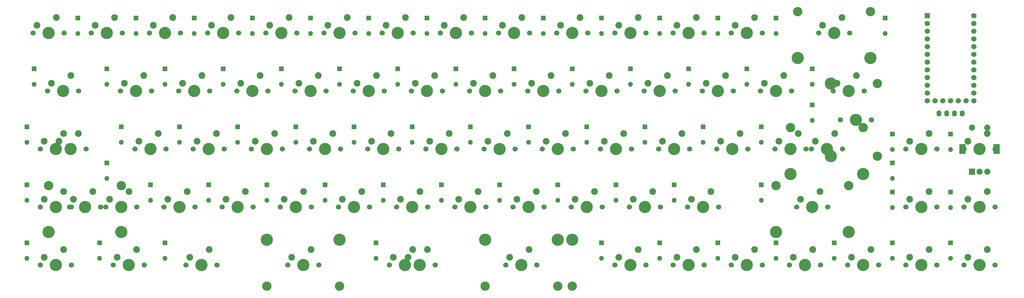
<source format=gbr>
%TF.GenerationSoftware,KiCad,Pcbnew,(5.1.12)-1*%
%TF.CreationDate,2021-12-04T03:07:23-05:00*%
%TF.ProjectId,GanJing 65 rev 2,47616e4a-696e-4672-9036-352072657620,2*%
%TF.SameCoordinates,Original*%
%TF.FileFunction,Soldermask,Top*%
%TF.FilePolarity,Negative*%
%FSLAX46Y46*%
G04 Gerber Fmt 4.6, Leading zero omitted, Abs format (unit mm)*
G04 Created by KiCad (PCBNEW (5.1.12)-1) date 2021-12-04 03:07:23*
%MOMM*%
%LPD*%
G01*
G04 APERTURE LIST*
%ADD10C,4.000000*%
%ADD11C,1.700000*%
%ADD12C,2.200000*%
%ADD13C,1.750000*%
%ADD14C,3.048000*%
%ADD15C,3.987800*%
%ADD16C,1.752600*%
%ADD17R,1.752600X1.752600*%
%ADD18C,2.000000*%
%ADD19R,2.000000X2.000000*%
%ADD20R,2.000000X3.200000*%
%ADD21C,3.050000*%
%ADD22O,1.600000X2.000000*%
%ADD23O,1.600000X1.600000*%
%ADD24R,1.600000X1.600000*%
G04 APERTURE END LIST*
D10*
%TO.C,MX76*%
X364331250Y-142875000D03*
D11*
X359251250Y-142875000D03*
D12*
X366871250Y-137795000D03*
X360521250Y-140335000D03*
D11*
X369411250Y-142875000D03*
%TD*%
D13*
%TO.C,MX58*%
X318770000Y-133350000D03*
D14*
X330835000Y-121412000D03*
D15*
X315595000Y-121412000D03*
X315595000Y-145288000D03*
D14*
X330835000Y-145288000D03*
D13*
X328930000Y-133350000D03*
D15*
X323850000Y-133350000D03*
%TD*%
D16*
%TO.C,U1*%
X362426250Y-101670000D03*
X362426250Y-116910000D03*
X362426250Y-124530000D03*
X347186250Y-121990000D03*
X354806250Y-127070000D03*
X362426250Y-114370000D03*
X347186250Y-114370000D03*
X347186250Y-111830000D03*
X347186250Y-119450000D03*
X359886250Y-127070000D03*
X347186250Y-127070000D03*
X362426250Y-104210000D03*
X362426250Y-106750000D03*
X347186250Y-124530000D03*
X362426250Y-109290000D03*
X362426250Y-111830000D03*
X347186250Y-109290000D03*
X362426250Y-119450000D03*
X349726250Y-127070000D03*
X347186250Y-101670000D03*
X352266250Y-127070000D03*
X347186250Y-116910000D03*
X362426250Y-127070000D03*
X347186250Y-106750000D03*
X362426250Y-99130000D03*
X362426250Y-121990000D03*
D17*
X347186250Y-99130000D03*
D16*
X357346250Y-127070000D03*
X347186250Y-104210000D03*
%TD*%
D18*
%TO.C,SW1*%
X366831250Y-135875000D03*
X366831250Y-150375000D03*
D19*
X361831250Y-150375000D03*
D18*
X364331250Y-150375000D03*
X361831250Y-135875000D03*
D20*
X369931250Y-142875000D03*
X358731250Y-142875000D03*
%TD*%
D10*
%TO.C,MX75*%
X226212500Y-172735000D03*
X214312500Y-180975000D03*
D11*
X219392500Y-180975000D03*
D10*
X202412500Y-172735000D03*
D12*
X210502500Y-178435000D03*
D21*
X226212500Y-187975000D03*
D11*
X209232500Y-180975000D03*
D12*
X216852500Y-175895000D03*
D21*
X202412500Y-187975000D03*
%TD*%
D12*
%TO.C,MX74*%
X172402500Y-178435000D03*
D11*
X181292500Y-180975000D03*
D10*
X176212500Y-180975000D03*
D11*
X171132500Y-180975000D03*
D12*
X178752500Y-175895000D03*
%TD*%
D10*
%TO.C,MX73*%
X154775000Y-172735000D03*
D12*
X145415000Y-175895000D03*
D10*
X142875000Y-180975000D03*
D21*
X154775000Y-187975000D03*
D11*
X137795000Y-180975000D03*
D12*
X139065000Y-178435000D03*
D11*
X147955000Y-180975000D03*
D10*
X130975000Y-172735000D03*
D21*
X130975000Y-187975000D03*
%TD*%
D12*
%TO.C,MX72*%
X58102500Y-159385000D03*
D11*
X66992500Y-161925000D03*
D10*
X61912500Y-161925000D03*
D11*
X56832500Y-161925000D03*
D12*
X64452500Y-156845000D03*
%TD*%
%TO.C,MX71*%
X64452500Y-137795000D03*
D11*
X66992500Y-142875000D03*
X56832500Y-142875000D03*
D12*
X58102500Y-140335000D03*
D10*
X61912500Y-142875000D03*
%TD*%
D11*
%TO.C,MX70*%
X369411250Y-180975000D03*
D12*
X360521250Y-178435000D03*
X366871250Y-175895000D03*
D11*
X359251250Y-180975000D03*
D10*
X364331250Y-180975000D03*
%TD*%
D11*
%TO.C,MX69*%
X350361250Y-180975000D03*
D12*
X341471250Y-178435000D03*
X347821250Y-175895000D03*
D11*
X340201250Y-180975000D03*
D10*
X345281250Y-180975000D03*
%TD*%
D11*
%TO.C,MX68*%
X331311250Y-180975000D03*
D12*
X322421250Y-178435000D03*
X328771250Y-175895000D03*
D11*
X321151250Y-180975000D03*
D10*
X326231250Y-180975000D03*
%TD*%
D11*
%TO.C,MX67*%
X312261250Y-180975000D03*
D12*
X303371250Y-178435000D03*
X309721250Y-175895000D03*
D11*
X302101250Y-180975000D03*
D10*
X307181250Y-180975000D03*
%TD*%
D11*
%TO.C,MX66*%
X293211250Y-180975000D03*
D12*
X284321250Y-178435000D03*
X290671250Y-175895000D03*
D11*
X283051250Y-180975000D03*
D10*
X288131250Y-180975000D03*
%TD*%
D11*
%TO.C,MX65*%
X274161250Y-180975000D03*
D12*
X265271250Y-178435000D03*
X271621250Y-175895000D03*
D11*
X264001250Y-180975000D03*
D10*
X269081250Y-180975000D03*
%TD*%
D11*
%TO.C,MX64*%
X255111250Y-180975000D03*
D12*
X246221250Y-178435000D03*
X252571250Y-175895000D03*
D11*
X244951250Y-180975000D03*
D10*
X250031250Y-180975000D03*
%TD*%
%TO.C,MX63*%
X180975000Y-180975000D03*
D11*
X175895000Y-180975000D03*
D12*
X177165000Y-178435000D03*
X183515000Y-175895000D03*
D11*
X186055000Y-180975000D03*
D15*
X230974900Y-172720000D03*
D14*
X230974900Y-187960000D03*
D15*
X130975100Y-172720000D03*
D14*
X130975100Y-187960000D03*
%TD*%
D12*
%TO.C,MX62*%
X105727500Y-178435000D03*
D11*
X114617500Y-180975000D03*
D10*
X109537500Y-180975000D03*
D11*
X104457500Y-180975000D03*
D12*
X112077500Y-175895000D03*
%TD*%
%TO.C,MX61*%
X81915000Y-178435000D03*
D11*
X90805000Y-180975000D03*
D10*
X85725000Y-180975000D03*
D11*
X80645000Y-180975000D03*
D12*
X88265000Y-175895000D03*
%TD*%
%TO.C,MX60*%
X58102500Y-178435000D03*
D11*
X66992500Y-180975000D03*
D10*
X61912500Y-180975000D03*
D11*
X56832500Y-180975000D03*
D12*
X64452500Y-175895000D03*
%TD*%
D11*
%TO.C,MX59*%
X369411250Y-161925000D03*
D12*
X360521250Y-159385000D03*
X366871250Y-156845000D03*
D11*
X359251250Y-161925000D03*
D10*
X364331250Y-161925000D03*
%TD*%
%TO.C,MX57*%
X297662500Y-170165000D03*
D21*
X321462500Y-154925000D03*
D12*
X312102500Y-156845000D03*
D11*
X304482500Y-161925000D03*
D21*
X297662500Y-154925000D03*
D10*
X321462500Y-170165000D03*
D11*
X314642500Y-161925000D03*
D10*
X309562500Y-161925000D03*
D12*
X305752500Y-159385000D03*
%TD*%
D11*
%TO.C,MX56*%
X278923750Y-161925000D03*
D12*
X270033750Y-159385000D03*
X276383750Y-156845000D03*
D11*
X268763750Y-161925000D03*
D10*
X273843750Y-161925000D03*
%TD*%
D11*
%TO.C,MX55*%
X259873750Y-161925000D03*
D12*
X250983750Y-159385000D03*
X257333750Y-156845000D03*
D11*
X249713750Y-161925000D03*
D10*
X254793750Y-161925000D03*
%TD*%
D11*
%TO.C,MX54*%
X240823750Y-161925000D03*
D12*
X231933750Y-159385000D03*
X238283750Y-156845000D03*
D11*
X230663750Y-161925000D03*
D10*
X235743750Y-161925000D03*
%TD*%
D11*
%TO.C,MX53*%
X221773750Y-161925000D03*
D12*
X212883750Y-159385000D03*
X219233750Y-156845000D03*
D11*
X211613750Y-161925000D03*
D10*
X216693750Y-161925000D03*
%TD*%
D11*
%TO.C,MX52*%
X202723750Y-161925000D03*
D12*
X193833750Y-159385000D03*
X200183750Y-156845000D03*
D11*
X192563750Y-161925000D03*
D10*
X197643750Y-161925000D03*
%TD*%
D11*
%TO.C,MX51*%
X183673750Y-161925000D03*
D12*
X174783750Y-159385000D03*
X181133750Y-156845000D03*
D11*
X173513750Y-161925000D03*
D10*
X178593750Y-161925000D03*
%TD*%
D11*
%TO.C,MX50*%
X164623750Y-161925000D03*
D12*
X155733750Y-159385000D03*
X162083750Y-156845000D03*
D11*
X154463750Y-161925000D03*
D10*
X159543750Y-161925000D03*
%TD*%
D11*
%TO.C,MX49*%
X145573750Y-161925000D03*
D12*
X136683750Y-159385000D03*
X143033750Y-156845000D03*
D11*
X135413750Y-161925000D03*
D10*
X140493750Y-161925000D03*
%TD*%
D11*
%TO.C,MX48*%
X126523750Y-161925000D03*
D12*
X117633750Y-159385000D03*
X123983750Y-156845000D03*
D11*
X116363750Y-161925000D03*
D10*
X121443750Y-161925000D03*
%TD*%
D11*
%TO.C,MX47*%
X107473750Y-161925000D03*
D12*
X98583750Y-159385000D03*
X104933750Y-156845000D03*
D11*
X97313750Y-161925000D03*
D10*
X102393750Y-161925000D03*
%TD*%
D11*
%TO.C,MX46*%
X88423750Y-161925000D03*
D12*
X79533750Y-159385000D03*
X85883750Y-156845000D03*
D11*
X78263750Y-161925000D03*
D10*
X83343750Y-161925000D03*
%TD*%
D12*
%TO.C,MX45*%
X67627500Y-159385000D03*
X73977500Y-156845000D03*
D10*
X59537500Y-170165000D03*
D21*
X59537500Y-154925000D03*
D10*
X83337500Y-170165000D03*
D21*
X83337500Y-154925000D03*
D11*
X66357500Y-161925000D03*
X76517500Y-161925000D03*
D10*
X71437500Y-161925000D03*
%TD*%
D11*
%TO.C,MX44*%
X350361250Y-161925000D03*
D12*
X341471250Y-159385000D03*
X347821250Y-156845000D03*
D11*
X340201250Y-161925000D03*
D10*
X345281250Y-161925000D03*
%TD*%
D12*
%TO.C,MX43*%
X310515000Y-140335000D03*
X316865000Y-137795000D03*
D10*
X302425000Y-151115000D03*
D21*
X302425000Y-135875000D03*
D10*
X326225000Y-151115000D03*
D21*
X326225000Y-135875000D03*
D11*
X309245000Y-142875000D03*
X319405000Y-142875000D03*
D10*
X314325000Y-142875000D03*
%TD*%
D11*
%TO.C,MX42*%
X307498750Y-142875000D03*
D12*
X298608750Y-140335000D03*
X304958750Y-137795000D03*
D11*
X297338750Y-142875000D03*
D10*
X302418750Y-142875000D03*
%TD*%
D11*
%TO.C,MX41*%
X288448750Y-142875000D03*
D12*
X279558750Y-140335000D03*
X285908750Y-137795000D03*
D11*
X278288750Y-142875000D03*
D10*
X283368750Y-142875000D03*
%TD*%
D11*
%TO.C,MX40*%
X269398750Y-142875000D03*
D12*
X260508750Y-140335000D03*
X266858750Y-137795000D03*
D11*
X259238750Y-142875000D03*
D10*
X264318750Y-142875000D03*
%TD*%
D11*
%TO.C,MX39*%
X250348750Y-142875000D03*
D12*
X241458750Y-140335000D03*
X247808750Y-137795000D03*
D11*
X240188750Y-142875000D03*
D10*
X245268750Y-142875000D03*
%TD*%
D11*
%TO.C,MX38*%
X231298750Y-142875000D03*
D12*
X222408750Y-140335000D03*
X228758750Y-137795000D03*
D11*
X221138750Y-142875000D03*
D10*
X226218750Y-142875000D03*
%TD*%
D11*
%TO.C,MX37*%
X212248750Y-142875000D03*
D12*
X203358750Y-140335000D03*
X209708750Y-137795000D03*
D11*
X202088750Y-142875000D03*
D10*
X207168750Y-142875000D03*
%TD*%
D11*
%TO.C,MX36*%
X193198750Y-142875000D03*
D12*
X184308750Y-140335000D03*
X190658750Y-137795000D03*
D11*
X183038750Y-142875000D03*
D10*
X188118750Y-142875000D03*
%TD*%
D11*
%TO.C,MX35*%
X174148750Y-142875000D03*
D12*
X165258750Y-140335000D03*
X171608750Y-137795000D03*
D11*
X163988750Y-142875000D03*
D10*
X169068750Y-142875000D03*
%TD*%
D11*
%TO.C,MX34*%
X155098750Y-142875000D03*
D12*
X146208750Y-140335000D03*
X152558750Y-137795000D03*
D11*
X144938750Y-142875000D03*
D10*
X150018750Y-142875000D03*
%TD*%
D11*
%TO.C,MX33*%
X136048750Y-142875000D03*
D12*
X127158750Y-140335000D03*
X133508750Y-137795000D03*
D11*
X125888750Y-142875000D03*
D10*
X130968750Y-142875000D03*
%TD*%
D11*
%TO.C,MX32*%
X116998750Y-142875000D03*
D12*
X108108750Y-140335000D03*
X114458750Y-137795000D03*
D11*
X106838750Y-142875000D03*
D10*
X111918750Y-142875000D03*
%TD*%
D11*
%TO.C,MX31*%
X97948750Y-142875000D03*
D12*
X89058750Y-140335000D03*
X95408750Y-137795000D03*
D11*
X87788750Y-142875000D03*
D10*
X92868750Y-142875000D03*
%TD*%
D11*
%TO.C,MX30*%
X61595000Y-142875000D03*
D10*
X66675000Y-142875000D03*
D12*
X69215000Y-137795000D03*
D11*
X71755000Y-142875000D03*
D12*
X62865000Y-140335000D03*
%TD*%
D11*
%TO.C,MX29*%
X350361250Y-142875000D03*
D12*
X341471250Y-140335000D03*
X347821250Y-137795000D03*
D11*
X340201250Y-142875000D03*
D10*
X345281250Y-142875000D03*
%TD*%
D12*
%TO.C,MX28*%
X324008750Y-118745000D03*
D10*
X321468750Y-123825000D03*
D12*
X317658750Y-121285000D03*
D11*
X316388750Y-123825000D03*
X326548750Y-123825000D03*
%TD*%
%TO.C,MX27*%
X302736250Y-123825000D03*
D12*
X293846250Y-121285000D03*
X300196250Y-118745000D03*
D11*
X292576250Y-123825000D03*
D10*
X297656250Y-123825000D03*
%TD*%
D11*
%TO.C,MX26*%
X283686250Y-123825000D03*
D12*
X274796250Y-121285000D03*
X281146250Y-118745000D03*
D11*
X273526250Y-123825000D03*
D10*
X278606250Y-123825000D03*
%TD*%
D11*
%TO.C,MX25*%
X264636250Y-123825000D03*
D12*
X255746250Y-121285000D03*
X262096250Y-118745000D03*
D11*
X254476250Y-123825000D03*
D10*
X259556250Y-123825000D03*
%TD*%
D11*
%TO.C,MX24*%
X245586250Y-123825000D03*
D12*
X236696250Y-121285000D03*
X243046250Y-118745000D03*
D11*
X235426250Y-123825000D03*
D10*
X240506250Y-123825000D03*
%TD*%
D11*
%TO.C,MX23*%
X226536250Y-123825000D03*
D12*
X217646250Y-121285000D03*
X223996250Y-118745000D03*
D11*
X216376250Y-123825000D03*
D10*
X221456250Y-123825000D03*
%TD*%
D11*
%TO.C,MX22*%
X207486250Y-123825000D03*
D12*
X198596250Y-121285000D03*
X204946250Y-118745000D03*
D11*
X197326250Y-123825000D03*
D10*
X202406250Y-123825000D03*
%TD*%
D11*
%TO.C,MX21*%
X188436250Y-123825000D03*
D12*
X179546250Y-121285000D03*
X185896250Y-118745000D03*
D11*
X178276250Y-123825000D03*
D10*
X183356250Y-123825000D03*
%TD*%
D11*
%TO.C,MX20*%
X169386250Y-123825000D03*
D12*
X160496250Y-121285000D03*
X166846250Y-118745000D03*
D11*
X159226250Y-123825000D03*
D10*
X164306250Y-123825000D03*
%TD*%
D11*
%TO.C,MX19*%
X150336250Y-123825000D03*
D12*
X141446250Y-121285000D03*
X147796250Y-118745000D03*
D11*
X140176250Y-123825000D03*
D10*
X145256250Y-123825000D03*
%TD*%
D11*
%TO.C,MX18*%
X131286250Y-123825000D03*
D12*
X122396250Y-121285000D03*
X128746250Y-118745000D03*
D11*
X121126250Y-123825000D03*
D10*
X126206250Y-123825000D03*
%TD*%
D11*
%TO.C,MX17*%
X112236250Y-123825000D03*
D12*
X103346250Y-121285000D03*
X109696250Y-118745000D03*
D11*
X102076250Y-123825000D03*
D10*
X107156250Y-123825000D03*
%TD*%
D11*
%TO.C,MX16*%
X93186250Y-123825000D03*
D12*
X84296250Y-121285000D03*
X90646250Y-118745000D03*
D11*
X83026250Y-123825000D03*
D10*
X88106250Y-123825000D03*
%TD*%
D12*
%TO.C,MX15*%
X66833750Y-118745000D03*
D10*
X64293750Y-123825000D03*
D12*
X60483750Y-121285000D03*
D11*
X59213750Y-123825000D03*
X69373750Y-123825000D03*
%TD*%
D12*
%TO.C,MX14*%
X319246250Y-99695000D03*
D10*
X304806250Y-113015000D03*
D11*
X311626250Y-104775000D03*
D21*
X304806250Y-97775000D03*
D10*
X316706250Y-104775000D03*
D21*
X328606250Y-97775000D03*
D10*
X328606250Y-113015000D03*
D11*
X321786250Y-104775000D03*
D12*
X312896250Y-102235000D03*
%TD*%
D11*
%TO.C,MX13*%
X293211250Y-104775000D03*
D12*
X284321250Y-102235000D03*
X290671250Y-99695000D03*
D11*
X283051250Y-104775000D03*
D10*
X288131250Y-104775000D03*
%TD*%
D11*
%TO.C,MX12*%
X274161250Y-104775000D03*
D12*
X265271250Y-102235000D03*
X271621250Y-99695000D03*
D11*
X264001250Y-104775000D03*
D10*
X269081250Y-104775000D03*
%TD*%
D11*
%TO.C,MX11*%
X255111250Y-104775000D03*
D12*
X246221250Y-102235000D03*
X252571250Y-99695000D03*
D11*
X244951250Y-104775000D03*
D10*
X250031250Y-104775000D03*
%TD*%
D11*
%TO.C,MX10*%
X236061250Y-104775000D03*
D12*
X227171250Y-102235000D03*
X233521250Y-99695000D03*
D11*
X225901250Y-104775000D03*
D10*
X230981250Y-104775000D03*
%TD*%
D11*
%TO.C,MX9*%
X217011250Y-104775000D03*
D12*
X208121250Y-102235000D03*
X214471250Y-99695000D03*
D11*
X206851250Y-104775000D03*
D10*
X211931250Y-104775000D03*
%TD*%
D11*
%TO.C,MX8*%
X197961250Y-104775000D03*
D12*
X189071250Y-102235000D03*
X195421250Y-99695000D03*
D11*
X187801250Y-104775000D03*
D10*
X192881250Y-104775000D03*
%TD*%
D11*
%TO.C,MX7*%
X178911250Y-104775000D03*
D12*
X170021250Y-102235000D03*
X176371250Y-99695000D03*
D11*
X168751250Y-104775000D03*
D10*
X173831250Y-104775000D03*
%TD*%
D11*
%TO.C,MX6*%
X159861250Y-104775000D03*
D12*
X150971250Y-102235000D03*
X157321250Y-99695000D03*
D11*
X149701250Y-104775000D03*
D10*
X154781250Y-104775000D03*
%TD*%
D11*
%TO.C,MX5*%
X140811250Y-104775000D03*
D12*
X131921250Y-102235000D03*
X138271250Y-99695000D03*
D11*
X130651250Y-104775000D03*
D10*
X135731250Y-104775000D03*
%TD*%
D11*
%TO.C,MX4*%
X121761250Y-104775000D03*
D12*
X112871250Y-102235000D03*
X119221250Y-99695000D03*
D11*
X111601250Y-104775000D03*
D10*
X116681250Y-104775000D03*
%TD*%
D11*
%TO.C,MX3*%
X102711250Y-104775000D03*
D12*
X93821250Y-102235000D03*
X100171250Y-99695000D03*
D11*
X92551250Y-104775000D03*
D10*
X97631250Y-104775000D03*
%TD*%
D11*
%TO.C,MX2*%
X83661250Y-104775000D03*
D12*
X74771250Y-102235000D03*
X81121250Y-99695000D03*
D11*
X73501250Y-104775000D03*
D10*
X78581250Y-104775000D03*
%TD*%
D11*
%TO.C,MX1*%
X64611250Y-104775000D03*
D12*
X55721250Y-102235000D03*
X62071250Y-99695000D03*
D11*
X54451250Y-104775000D03*
D10*
X59531250Y-104775000D03*
%TD*%
D22*
%TO.C,DS1*%
X358616250Y-131250000D03*
X353536250Y-131250000D03*
X350996250Y-131250000D03*
X356076250Y-131250000D03*
%TD*%
D23*
%TO.C,D71*%
X354806250Y-143033750D03*
D24*
X354806250Y-137953750D03*
%TD*%
D23*
%TO.C,D70*%
X354806250Y-178752500D03*
D24*
X354806250Y-173672500D03*
%TD*%
D23*
%TO.C,D69*%
X335756250Y-178752500D03*
D24*
X335756250Y-173672500D03*
%TD*%
D23*
%TO.C,D68*%
X316706250Y-178752500D03*
D24*
X316706250Y-173672500D03*
%TD*%
D23*
%TO.C,D67*%
X297656250Y-178752500D03*
D24*
X297656250Y-173672500D03*
%TD*%
D23*
%TO.C,D66*%
X278606250Y-178752500D03*
D24*
X278606250Y-173672500D03*
%TD*%
D23*
%TO.C,D65*%
X259556250Y-178752500D03*
D24*
X259556250Y-173672500D03*
%TD*%
D23*
%TO.C,D64*%
X240506250Y-178752500D03*
D24*
X240506250Y-173672500D03*
%TD*%
D23*
%TO.C,D63*%
X166687500Y-178752500D03*
D24*
X166687500Y-173672500D03*
%TD*%
D23*
%TO.C,D62*%
X97631250Y-178752500D03*
D24*
X97631250Y-173672500D03*
%TD*%
D23*
%TO.C,D61*%
X76200000Y-178752500D03*
D24*
X76200000Y-173672500D03*
%TD*%
D23*
%TO.C,D60*%
X52387500Y-178752500D03*
D24*
X52387500Y-173672500D03*
%TD*%
D23*
%TO.C,D59*%
X354806250Y-162083750D03*
D24*
X354806250Y-157003750D03*
%TD*%
D23*
%TO.C,D58*%
X309562500Y-133508750D03*
D24*
X309562500Y-128428750D03*
%TD*%
D23*
%TO.C,D57*%
X292893750Y-159702500D03*
D24*
X292893750Y-154622500D03*
%TD*%
D23*
%TO.C,D56*%
X264318750Y-159702500D03*
D24*
X264318750Y-154622500D03*
%TD*%
D23*
%TO.C,D55*%
X245268750Y-159702500D03*
D24*
X245268750Y-154622500D03*
%TD*%
D23*
%TO.C,D54*%
X226218750Y-159702500D03*
D24*
X226218750Y-154622500D03*
%TD*%
D23*
%TO.C,D53*%
X207168750Y-159702500D03*
D24*
X207168750Y-154622500D03*
%TD*%
D23*
%TO.C,D52*%
X188118750Y-159702500D03*
D24*
X188118750Y-154622500D03*
%TD*%
D23*
%TO.C,D51*%
X169068750Y-159702500D03*
D24*
X169068750Y-154622500D03*
%TD*%
D23*
%TO.C,D50*%
X150018750Y-159702500D03*
D24*
X150018750Y-154622500D03*
%TD*%
D23*
%TO.C,D49*%
X130968750Y-159702500D03*
D24*
X130968750Y-154622500D03*
%TD*%
D23*
%TO.C,D48*%
X111918750Y-159702500D03*
D24*
X111918750Y-154622500D03*
%TD*%
D23*
%TO.C,D47*%
X92868750Y-159702500D03*
D24*
X92868750Y-154622500D03*
%TD*%
D23*
%TO.C,D46*%
X78581250Y-152558750D03*
D24*
X78581250Y-147478750D03*
%TD*%
D23*
%TO.C,D45*%
X52387500Y-159702500D03*
D24*
X52387500Y-154622500D03*
%TD*%
D23*
%TO.C,D44*%
X335756250Y-162083750D03*
D24*
X335756250Y-157003750D03*
%TD*%
D23*
%TO.C,D43*%
X335756250Y-152558750D03*
D24*
X335756250Y-147478750D03*
%TD*%
D23*
%TO.C,D42*%
X292893750Y-140652500D03*
D24*
X292893750Y-135572500D03*
%TD*%
D23*
%TO.C,D41*%
X273843750Y-140652500D03*
D24*
X273843750Y-135572500D03*
%TD*%
D23*
%TO.C,D40*%
X254793750Y-140652500D03*
D24*
X254793750Y-135572500D03*
%TD*%
D23*
%TO.C,D39*%
X235743750Y-140652500D03*
D24*
X235743750Y-135572500D03*
%TD*%
D23*
%TO.C,D38*%
X216693750Y-140652500D03*
D24*
X216693750Y-135572500D03*
%TD*%
D23*
%TO.C,D37*%
X197643750Y-140652500D03*
D24*
X197643750Y-135572500D03*
%TD*%
D23*
%TO.C,D36*%
X178593750Y-140652500D03*
D24*
X178593750Y-135572500D03*
%TD*%
D23*
%TO.C,D35*%
X159543750Y-140652500D03*
D24*
X159543750Y-135572500D03*
%TD*%
D23*
%TO.C,D34*%
X140493750Y-140652500D03*
D24*
X140493750Y-135572500D03*
%TD*%
D23*
%TO.C,D33*%
X121443750Y-140652500D03*
D24*
X121443750Y-135572500D03*
%TD*%
D23*
%TO.C,D32*%
X102393750Y-140652500D03*
D24*
X102393750Y-135572500D03*
%TD*%
D23*
%TO.C,D31*%
X83343750Y-140652500D03*
D24*
X83343750Y-135572500D03*
%TD*%
D23*
%TO.C,D30*%
X52387500Y-140652500D03*
D24*
X52387500Y-135572500D03*
%TD*%
D23*
%TO.C,D29*%
X335756250Y-143033750D03*
D24*
X335756250Y-137953750D03*
%TD*%
D23*
%TO.C,D28*%
X309562500Y-121602500D03*
D24*
X309562500Y-116522500D03*
%TD*%
D23*
%TO.C,D27*%
X288131250Y-121602500D03*
D24*
X288131250Y-116522500D03*
%TD*%
D23*
%TO.C,D26*%
X269081250Y-121602500D03*
D24*
X269081250Y-116522500D03*
%TD*%
D23*
%TO.C,D25*%
X250031250Y-121602500D03*
D24*
X250031250Y-116522500D03*
%TD*%
D23*
%TO.C,D24*%
X230981250Y-121602500D03*
D24*
X230981250Y-116522500D03*
%TD*%
D23*
%TO.C,D23*%
X211931250Y-121602500D03*
D24*
X211931250Y-116522500D03*
%TD*%
D23*
%TO.C,D22*%
X192881250Y-121602500D03*
D24*
X192881250Y-116522500D03*
%TD*%
D23*
%TO.C,D21*%
X173831250Y-121602500D03*
D24*
X173831250Y-116522500D03*
%TD*%
D23*
%TO.C,D20*%
X154781250Y-121602500D03*
D24*
X154781250Y-116522500D03*
%TD*%
D23*
%TO.C,D19*%
X135731250Y-121602500D03*
D24*
X135731250Y-116522500D03*
%TD*%
D23*
%TO.C,D18*%
X116681250Y-121602500D03*
D24*
X116681250Y-116522500D03*
%TD*%
D23*
%TO.C,D17*%
X97631250Y-121602500D03*
D24*
X97631250Y-116522500D03*
%TD*%
D23*
%TO.C,D16*%
X78581250Y-121602500D03*
D24*
X78581250Y-116522500D03*
%TD*%
D23*
%TO.C,D15*%
X54768750Y-121602500D03*
D24*
X54768750Y-116522500D03*
%TD*%
D23*
%TO.C,D14*%
X333375000Y-104933750D03*
D24*
X333375000Y-99853750D03*
%TD*%
D23*
%TO.C,D13*%
X297656250Y-104933750D03*
D24*
X297656250Y-99853750D03*
%TD*%
D23*
%TO.C,D12*%
X278606250Y-104933750D03*
D24*
X278606250Y-99853750D03*
%TD*%
D23*
%TO.C,D11*%
X259556250Y-104933750D03*
D24*
X259556250Y-99853750D03*
%TD*%
D23*
%TO.C,D10*%
X240506250Y-104933750D03*
D24*
X240506250Y-99853750D03*
%TD*%
D23*
%TO.C,D9*%
X221456250Y-104933750D03*
D24*
X221456250Y-99853750D03*
%TD*%
D23*
%TO.C,D8*%
X202406250Y-104933750D03*
D24*
X202406250Y-99853750D03*
%TD*%
D23*
%TO.C,D7*%
X183356250Y-104933750D03*
D24*
X183356250Y-99853750D03*
%TD*%
D23*
%TO.C,D6*%
X164306250Y-104933750D03*
D24*
X164306250Y-99853750D03*
%TD*%
D23*
%TO.C,D5*%
X145256250Y-104933750D03*
D24*
X145256250Y-99853750D03*
%TD*%
D23*
%TO.C,D4*%
X126206250Y-104933750D03*
D24*
X126206250Y-99853750D03*
%TD*%
D23*
%TO.C,D3*%
X107156250Y-104933750D03*
D24*
X107156250Y-99853750D03*
%TD*%
D23*
%TO.C,D2*%
X88106250Y-104933750D03*
D24*
X88106250Y-99853750D03*
%TD*%
D23*
%TO.C,D1*%
X69056250Y-104933750D03*
D24*
X69056250Y-99853750D03*
%TD*%
M02*

</source>
